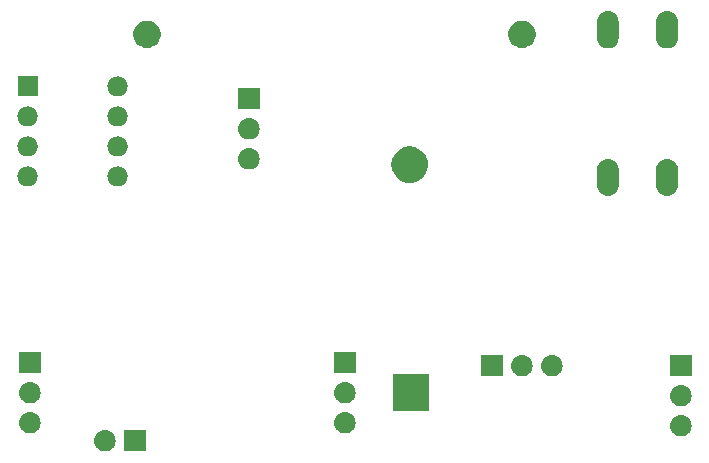
<source format=gbr>
G04 #@! TF.GenerationSoftware,KiCad,Pcbnew,(5.1.2-1)-1*
G04 #@! TF.CreationDate,2020-01-28T06:09:07-07:00*
G04 #@! TF.ProjectId,tiny_stick,74696e79-5f73-4746-9963-6b2e6b696361,rev?*
G04 #@! TF.SameCoordinates,Original*
G04 #@! TF.FileFunction,Soldermask,Bot*
G04 #@! TF.FilePolarity,Negative*
%FSLAX46Y46*%
G04 Gerber Fmt 4.6, Leading zero omitted, Abs format (unit mm)*
G04 Created by KiCad (PCBNEW (5.1.2-1)-1) date 2020-01-28 06:09:07*
%MOMM*%
%LPD*%
G04 APERTURE LIST*
%ADD10C,0.100000*%
G04 APERTURE END LIST*
D10*
G36*
X97675000Y-103263000D02*
G01*
X95873000Y-103263000D01*
X95873000Y-101461000D01*
X97675000Y-101461000D01*
X97675000Y-103263000D01*
X97675000Y-103263000D01*
G37*
G36*
X94344442Y-101467518D02*
G01*
X94410627Y-101474037D01*
X94580466Y-101525557D01*
X94736991Y-101609222D01*
X94772729Y-101638552D01*
X94874186Y-101721814D01*
X94957448Y-101823271D01*
X94986778Y-101859009D01*
X95070443Y-102015534D01*
X95121963Y-102185373D01*
X95139359Y-102362000D01*
X95121963Y-102538627D01*
X95070443Y-102708466D01*
X94986778Y-102864991D01*
X94957448Y-102900729D01*
X94874186Y-103002186D01*
X94772729Y-103085448D01*
X94736991Y-103114778D01*
X94580466Y-103198443D01*
X94410627Y-103249963D01*
X94344442Y-103256482D01*
X94278260Y-103263000D01*
X94189740Y-103263000D01*
X94123558Y-103256482D01*
X94057373Y-103249963D01*
X93887534Y-103198443D01*
X93731009Y-103114778D01*
X93695271Y-103085448D01*
X93593814Y-103002186D01*
X93510552Y-102900729D01*
X93481222Y-102864991D01*
X93397557Y-102708466D01*
X93346037Y-102538627D01*
X93328641Y-102362000D01*
X93346037Y-102185373D01*
X93397557Y-102015534D01*
X93481222Y-101859009D01*
X93510552Y-101823271D01*
X93593814Y-101721814D01*
X93695271Y-101638552D01*
X93731009Y-101609222D01*
X93887534Y-101525557D01*
X94057373Y-101474037D01*
X94123558Y-101467518D01*
X94189740Y-101461000D01*
X94278260Y-101461000D01*
X94344442Y-101467518D01*
X94344442Y-101467518D01*
G37*
G36*
X143112442Y-100197518D02*
G01*
X143178627Y-100204037D01*
X143348466Y-100255557D01*
X143504991Y-100339222D01*
X143540729Y-100368552D01*
X143642186Y-100451814D01*
X143725448Y-100553271D01*
X143754778Y-100589009D01*
X143838443Y-100745534D01*
X143889963Y-100915373D01*
X143907359Y-101092000D01*
X143889963Y-101268627D01*
X143838443Y-101438466D01*
X143754778Y-101594991D01*
X143725448Y-101630729D01*
X143642186Y-101732186D01*
X143540729Y-101815448D01*
X143504991Y-101844778D01*
X143348466Y-101928443D01*
X143178627Y-101979963D01*
X143112442Y-101986482D01*
X143046260Y-101993000D01*
X142957740Y-101993000D01*
X142891558Y-101986482D01*
X142825373Y-101979963D01*
X142655534Y-101928443D01*
X142499009Y-101844778D01*
X142463271Y-101815448D01*
X142361814Y-101732186D01*
X142278552Y-101630729D01*
X142249222Y-101594991D01*
X142165557Y-101438466D01*
X142114037Y-101268627D01*
X142096641Y-101092000D01*
X142114037Y-100915373D01*
X142165557Y-100745534D01*
X142249222Y-100589009D01*
X142278552Y-100553271D01*
X142361814Y-100451814D01*
X142463271Y-100368552D01*
X142499009Y-100339222D01*
X142655534Y-100255557D01*
X142825373Y-100204037D01*
X142891558Y-100197518D01*
X142957740Y-100191000D01*
X143046260Y-100191000D01*
X143112442Y-100197518D01*
X143112442Y-100197518D01*
G37*
G36*
X114664443Y-99943519D02*
G01*
X114730627Y-99950037D01*
X114900466Y-100001557D01*
X115056991Y-100085222D01*
X115092729Y-100114552D01*
X115194186Y-100197814D01*
X115277448Y-100299271D01*
X115306778Y-100335009D01*
X115390443Y-100491534D01*
X115441963Y-100661373D01*
X115459359Y-100838000D01*
X115441963Y-101014627D01*
X115390443Y-101184466D01*
X115306778Y-101340991D01*
X115277448Y-101376729D01*
X115194186Y-101478186D01*
X115092729Y-101561448D01*
X115056991Y-101590778D01*
X114900466Y-101674443D01*
X114730627Y-101725963D01*
X114667453Y-101732185D01*
X114598260Y-101739000D01*
X114509740Y-101739000D01*
X114440547Y-101732185D01*
X114377373Y-101725963D01*
X114207534Y-101674443D01*
X114051009Y-101590778D01*
X114015271Y-101561448D01*
X113913814Y-101478186D01*
X113830552Y-101376729D01*
X113801222Y-101340991D01*
X113717557Y-101184466D01*
X113666037Y-101014627D01*
X113648641Y-100838000D01*
X113666037Y-100661373D01*
X113717557Y-100491534D01*
X113801222Y-100335009D01*
X113830552Y-100299271D01*
X113913814Y-100197814D01*
X114015271Y-100114552D01*
X114051009Y-100085222D01*
X114207534Y-100001557D01*
X114377373Y-99950037D01*
X114443557Y-99943519D01*
X114509740Y-99937000D01*
X114598260Y-99937000D01*
X114664443Y-99943519D01*
X114664443Y-99943519D01*
G37*
G36*
X87994443Y-99943519D02*
G01*
X88060627Y-99950037D01*
X88230466Y-100001557D01*
X88386991Y-100085222D01*
X88422729Y-100114552D01*
X88524186Y-100197814D01*
X88607448Y-100299271D01*
X88636778Y-100335009D01*
X88720443Y-100491534D01*
X88771963Y-100661373D01*
X88789359Y-100838000D01*
X88771963Y-101014627D01*
X88720443Y-101184466D01*
X88636778Y-101340991D01*
X88607448Y-101376729D01*
X88524186Y-101478186D01*
X88422729Y-101561448D01*
X88386991Y-101590778D01*
X88230466Y-101674443D01*
X88060627Y-101725963D01*
X87997453Y-101732185D01*
X87928260Y-101739000D01*
X87839740Y-101739000D01*
X87770547Y-101732185D01*
X87707373Y-101725963D01*
X87537534Y-101674443D01*
X87381009Y-101590778D01*
X87345271Y-101561448D01*
X87243814Y-101478186D01*
X87160552Y-101376729D01*
X87131222Y-101340991D01*
X87047557Y-101184466D01*
X86996037Y-101014627D01*
X86978641Y-100838000D01*
X86996037Y-100661373D01*
X87047557Y-100491534D01*
X87131222Y-100335009D01*
X87160552Y-100299271D01*
X87243814Y-100197814D01*
X87345271Y-100114552D01*
X87381009Y-100085222D01*
X87537534Y-100001557D01*
X87707373Y-99950037D01*
X87773557Y-99943519D01*
X87839740Y-99937000D01*
X87928260Y-99937000D01*
X87994443Y-99943519D01*
X87994443Y-99943519D01*
G37*
G36*
X121693000Y-99849000D02*
G01*
X118591000Y-99849000D01*
X118591000Y-96747000D01*
X121693000Y-96747000D01*
X121693000Y-99849000D01*
X121693000Y-99849000D01*
G37*
G36*
X143112443Y-97657519D02*
G01*
X143178627Y-97664037D01*
X143348466Y-97715557D01*
X143504991Y-97799222D01*
X143540729Y-97828552D01*
X143642186Y-97911814D01*
X143725448Y-98013271D01*
X143754778Y-98049009D01*
X143838443Y-98205534D01*
X143889963Y-98375373D01*
X143907359Y-98552000D01*
X143889963Y-98728627D01*
X143838443Y-98898466D01*
X143754778Y-99054991D01*
X143725448Y-99090729D01*
X143642186Y-99192186D01*
X143540729Y-99275448D01*
X143504991Y-99304778D01*
X143348466Y-99388443D01*
X143178627Y-99439963D01*
X143112443Y-99446481D01*
X143046260Y-99453000D01*
X142957740Y-99453000D01*
X142891557Y-99446481D01*
X142825373Y-99439963D01*
X142655534Y-99388443D01*
X142499009Y-99304778D01*
X142463271Y-99275448D01*
X142361814Y-99192186D01*
X142278552Y-99090729D01*
X142249222Y-99054991D01*
X142165557Y-98898466D01*
X142114037Y-98728627D01*
X142096641Y-98552000D01*
X142114037Y-98375373D01*
X142165557Y-98205534D01*
X142249222Y-98049009D01*
X142278552Y-98013271D01*
X142361814Y-97911814D01*
X142463271Y-97828552D01*
X142499009Y-97799222D01*
X142655534Y-97715557D01*
X142825373Y-97664037D01*
X142891557Y-97657519D01*
X142957740Y-97651000D01*
X143046260Y-97651000D01*
X143112443Y-97657519D01*
X143112443Y-97657519D01*
G37*
G36*
X87994442Y-97403518D02*
G01*
X88060627Y-97410037D01*
X88230466Y-97461557D01*
X88386991Y-97545222D01*
X88422729Y-97574552D01*
X88524186Y-97657814D01*
X88607448Y-97759271D01*
X88636778Y-97795009D01*
X88720443Y-97951534D01*
X88771963Y-98121373D01*
X88789359Y-98298000D01*
X88771963Y-98474627D01*
X88720443Y-98644466D01*
X88636778Y-98800991D01*
X88607448Y-98836729D01*
X88524186Y-98938186D01*
X88422729Y-99021448D01*
X88386991Y-99050778D01*
X88230466Y-99134443D01*
X88060627Y-99185963D01*
X87997453Y-99192185D01*
X87928260Y-99199000D01*
X87839740Y-99199000D01*
X87770547Y-99192185D01*
X87707373Y-99185963D01*
X87537534Y-99134443D01*
X87381009Y-99050778D01*
X87345271Y-99021448D01*
X87243814Y-98938186D01*
X87160552Y-98836729D01*
X87131222Y-98800991D01*
X87047557Y-98644466D01*
X86996037Y-98474627D01*
X86978641Y-98298000D01*
X86996037Y-98121373D01*
X87047557Y-97951534D01*
X87131222Y-97795009D01*
X87160552Y-97759271D01*
X87243814Y-97657814D01*
X87345271Y-97574552D01*
X87381009Y-97545222D01*
X87537534Y-97461557D01*
X87707373Y-97410037D01*
X87773558Y-97403518D01*
X87839740Y-97397000D01*
X87928260Y-97397000D01*
X87994442Y-97403518D01*
X87994442Y-97403518D01*
G37*
G36*
X114664442Y-97403518D02*
G01*
X114730627Y-97410037D01*
X114900466Y-97461557D01*
X115056991Y-97545222D01*
X115092729Y-97574552D01*
X115194186Y-97657814D01*
X115277448Y-97759271D01*
X115306778Y-97795009D01*
X115390443Y-97951534D01*
X115441963Y-98121373D01*
X115459359Y-98298000D01*
X115441963Y-98474627D01*
X115390443Y-98644466D01*
X115306778Y-98800991D01*
X115277448Y-98836729D01*
X115194186Y-98938186D01*
X115092729Y-99021448D01*
X115056991Y-99050778D01*
X114900466Y-99134443D01*
X114730627Y-99185963D01*
X114667453Y-99192185D01*
X114598260Y-99199000D01*
X114509740Y-99199000D01*
X114440547Y-99192185D01*
X114377373Y-99185963D01*
X114207534Y-99134443D01*
X114051009Y-99050778D01*
X114015271Y-99021448D01*
X113913814Y-98938186D01*
X113830552Y-98836729D01*
X113801222Y-98800991D01*
X113717557Y-98644466D01*
X113666037Y-98474627D01*
X113648641Y-98298000D01*
X113666037Y-98121373D01*
X113717557Y-97951534D01*
X113801222Y-97795009D01*
X113830552Y-97759271D01*
X113913814Y-97657814D01*
X114015271Y-97574552D01*
X114051009Y-97545222D01*
X114207534Y-97461557D01*
X114377373Y-97410037D01*
X114443558Y-97403518D01*
X114509740Y-97397000D01*
X114598260Y-97397000D01*
X114664442Y-97403518D01*
X114664442Y-97403518D01*
G37*
G36*
X129650442Y-95117518D02*
G01*
X129716627Y-95124037D01*
X129886466Y-95175557D01*
X130042991Y-95259222D01*
X130078729Y-95288552D01*
X130180186Y-95371814D01*
X130263448Y-95473271D01*
X130292778Y-95509009D01*
X130376443Y-95665534D01*
X130427963Y-95835373D01*
X130445359Y-96012000D01*
X130427963Y-96188627D01*
X130376443Y-96358466D01*
X130292778Y-96514991D01*
X130263448Y-96550729D01*
X130180186Y-96652186D01*
X130078729Y-96735448D01*
X130042991Y-96764778D01*
X129886466Y-96848443D01*
X129716627Y-96899963D01*
X129650443Y-96906481D01*
X129584260Y-96913000D01*
X129495740Y-96913000D01*
X129429557Y-96906481D01*
X129363373Y-96899963D01*
X129193534Y-96848443D01*
X129037009Y-96764778D01*
X129001271Y-96735448D01*
X128899814Y-96652186D01*
X128816552Y-96550729D01*
X128787222Y-96514991D01*
X128703557Y-96358466D01*
X128652037Y-96188627D01*
X128634641Y-96012000D01*
X128652037Y-95835373D01*
X128703557Y-95665534D01*
X128787222Y-95509009D01*
X128816552Y-95473271D01*
X128899814Y-95371814D01*
X129001271Y-95288552D01*
X129037009Y-95259222D01*
X129193534Y-95175557D01*
X129363373Y-95124037D01*
X129429558Y-95117518D01*
X129495740Y-95111000D01*
X129584260Y-95111000D01*
X129650442Y-95117518D01*
X129650442Y-95117518D01*
G37*
G36*
X127901000Y-96913000D02*
G01*
X126099000Y-96913000D01*
X126099000Y-95111000D01*
X127901000Y-95111000D01*
X127901000Y-96913000D01*
X127901000Y-96913000D01*
G37*
G36*
X132190442Y-95117518D02*
G01*
X132256627Y-95124037D01*
X132426466Y-95175557D01*
X132582991Y-95259222D01*
X132618729Y-95288552D01*
X132720186Y-95371814D01*
X132803448Y-95473271D01*
X132832778Y-95509009D01*
X132916443Y-95665534D01*
X132967963Y-95835373D01*
X132985359Y-96012000D01*
X132967963Y-96188627D01*
X132916443Y-96358466D01*
X132832778Y-96514991D01*
X132803448Y-96550729D01*
X132720186Y-96652186D01*
X132618729Y-96735448D01*
X132582991Y-96764778D01*
X132426466Y-96848443D01*
X132256627Y-96899963D01*
X132190443Y-96906481D01*
X132124260Y-96913000D01*
X132035740Y-96913000D01*
X131969557Y-96906481D01*
X131903373Y-96899963D01*
X131733534Y-96848443D01*
X131577009Y-96764778D01*
X131541271Y-96735448D01*
X131439814Y-96652186D01*
X131356552Y-96550729D01*
X131327222Y-96514991D01*
X131243557Y-96358466D01*
X131192037Y-96188627D01*
X131174641Y-96012000D01*
X131192037Y-95835373D01*
X131243557Y-95665534D01*
X131327222Y-95509009D01*
X131356552Y-95473271D01*
X131439814Y-95371814D01*
X131541271Y-95288552D01*
X131577009Y-95259222D01*
X131733534Y-95175557D01*
X131903373Y-95124037D01*
X131969558Y-95117518D01*
X132035740Y-95111000D01*
X132124260Y-95111000D01*
X132190442Y-95117518D01*
X132190442Y-95117518D01*
G37*
G36*
X143903000Y-96913000D02*
G01*
X142101000Y-96913000D01*
X142101000Y-95111000D01*
X143903000Y-95111000D01*
X143903000Y-96913000D01*
X143903000Y-96913000D01*
G37*
G36*
X115455000Y-96659000D02*
G01*
X113653000Y-96659000D01*
X113653000Y-94857000D01*
X115455000Y-94857000D01*
X115455000Y-96659000D01*
X115455000Y-96659000D01*
G37*
G36*
X88785000Y-96659000D02*
G01*
X86983000Y-96659000D01*
X86983000Y-94857000D01*
X88785000Y-94857000D01*
X88785000Y-96659000D01*
X88785000Y-96659000D01*
G37*
G36*
X136987494Y-78502233D02*
G01*
X137159895Y-78554531D01*
X137318783Y-78639458D01*
X137458049Y-78753751D01*
X137572342Y-78893017D01*
X137657269Y-79051905D01*
X137709567Y-79224306D01*
X137722800Y-79358669D01*
X137722800Y-80769331D01*
X137709567Y-80903694D01*
X137657269Y-81076095D01*
X137572342Y-81234983D01*
X137458049Y-81374249D01*
X137318783Y-81488542D01*
X137159894Y-81573469D01*
X136987493Y-81625767D01*
X136808200Y-81643425D01*
X136628906Y-81625767D01*
X136456505Y-81573469D01*
X136297617Y-81488542D01*
X136158351Y-81374249D01*
X136044058Y-81234983D01*
X135959131Y-81076094D01*
X135906833Y-80903693D01*
X135893600Y-80769330D01*
X135893601Y-79358669D01*
X135906834Y-79224306D01*
X135959132Y-79051905D01*
X136044059Y-78893017D01*
X136158352Y-78753751D01*
X136297618Y-78639458D01*
X136456506Y-78554531D01*
X136628907Y-78502233D01*
X136808200Y-78484575D01*
X136987494Y-78502233D01*
X136987494Y-78502233D01*
G37*
G36*
X141987494Y-78502233D02*
G01*
X142159895Y-78554531D01*
X142318783Y-78639458D01*
X142458049Y-78753751D01*
X142572342Y-78893017D01*
X142657269Y-79051905D01*
X142709567Y-79224306D01*
X142722800Y-79358669D01*
X142722800Y-80769331D01*
X142709567Y-80903694D01*
X142657269Y-81076095D01*
X142572342Y-81234983D01*
X142458049Y-81374249D01*
X142318783Y-81488542D01*
X142159894Y-81573469D01*
X141987493Y-81625767D01*
X141808200Y-81643425D01*
X141628906Y-81625767D01*
X141456505Y-81573469D01*
X141297617Y-81488542D01*
X141158351Y-81374249D01*
X141044058Y-81234983D01*
X140959131Y-81076094D01*
X140906833Y-80903693D01*
X140893600Y-80769330D01*
X140893601Y-79358669D01*
X140906834Y-79224306D01*
X140959132Y-79051905D01*
X141044059Y-78893017D01*
X141158352Y-78753751D01*
X141297618Y-78639458D01*
X141456506Y-78554531D01*
X141628907Y-78502233D01*
X141808200Y-78484575D01*
X141987494Y-78502233D01*
X141987494Y-78502233D01*
G37*
G36*
X95467623Y-79145913D02*
G01*
X95628042Y-79194576D01*
X95760706Y-79265486D01*
X95775878Y-79273596D01*
X95905459Y-79379941D01*
X96011804Y-79509522D01*
X96011805Y-79509524D01*
X96090824Y-79657358D01*
X96139487Y-79817777D01*
X96155917Y-79984600D01*
X96139487Y-80151423D01*
X96090824Y-80311842D01*
X96019914Y-80444506D01*
X96011804Y-80459678D01*
X95905459Y-80589259D01*
X95775878Y-80695604D01*
X95775876Y-80695605D01*
X95628042Y-80774624D01*
X95467623Y-80823287D01*
X95342604Y-80835600D01*
X95258996Y-80835600D01*
X95133977Y-80823287D01*
X94973558Y-80774624D01*
X94825724Y-80695605D01*
X94825722Y-80695604D01*
X94696141Y-80589259D01*
X94589796Y-80459678D01*
X94581686Y-80444506D01*
X94510776Y-80311842D01*
X94462113Y-80151423D01*
X94445683Y-79984600D01*
X94462113Y-79817777D01*
X94510776Y-79657358D01*
X94589795Y-79509524D01*
X94589796Y-79509522D01*
X94696141Y-79379941D01*
X94825722Y-79273596D01*
X94840894Y-79265486D01*
X94973558Y-79194576D01*
X95133977Y-79145913D01*
X95258996Y-79133600D01*
X95342604Y-79133600D01*
X95467623Y-79145913D01*
X95467623Y-79145913D01*
G37*
G36*
X87847623Y-79145913D02*
G01*
X88008042Y-79194576D01*
X88140706Y-79265486D01*
X88155878Y-79273596D01*
X88285459Y-79379941D01*
X88391804Y-79509522D01*
X88391805Y-79509524D01*
X88470824Y-79657358D01*
X88519487Y-79817777D01*
X88535917Y-79984600D01*
X88519487Y-80151423D01*
X88470824Y-80311842D01*
X88399914Y-80444506D01*
X88391804Y-80459678D01*
X88285459Y-80589259D01*
X88155878Y-80695604D01*
X88155876Y-80695605D01*
X88008042Y-80774624D01*
X87847623Y-80823287D01*
X87722604Y-80835600D01*
X87638996Y-80835600D01*
X87513977Y-80823287D01*
X87353558Y-80774624D01*
X87205724Y-80695605D01*
X87205722Y-80695604D01*
X87076141Y-80589259D01*
X86969796Y-80459678D01*
X86961686Y-80444506D01*
X86890776Y-80311842D01*
X86842113Y-80151423D01*
X86825683Y-79984600D01*
X86842113Y-79817777D01*
X86890776Y-79657358D01*
X86969795Y-79509524D01*
X86969796Y-79509522D01*
X87076141Y-79379941D01*
X87205722Y-79273596D01*
X87220894Y-79265486D01*
X87353558Y-79194576D01*
X87513977Y-79145913D01*
X87638996Y-79133600D01*
X87722604Y-79133600D01*
X87847623Y-79145913D01*
X87847623Y-79145913D01*
G37*
G36*
X120344585Y-77476802D02*
G01*
X120494410Y-77506604D01*
X120776674Y-77623521D01*
X121030705Y-77793259D01*
X121246741Y-78009295D01*
X121416479Y-78263326D01*
X121533396Y-78545590D01*
X121552067Y-78639458D01*
X121593000Y-78845239D01*
X121593000Y-79150761D01*
X121578371Y-79224306D01*
X121533396Y-79450410D01*
X121416479Y-79732674D01*
X121246741Y-79986705D01*
X121030705Y-80202741D01*
X120776674Y-80372479D01*
X120494410Y-80489396D01*
X120344585Y-80519198D01*
X120194761Y-80549000D01*
X119889239Y-80549000D01*
X119739415Y-80519198D01*
X119589590Y-80489396D01*
X119307326Y-80372479D01*
X119053295Y-80202741D01*
X118837259Y-79986705D01*
X118667521Y-79732674D01*
X118550604Y-79450410D01*
X118505629Y-79224306D01*
X118491000Y-79150761D01*
X118491000Y-78845239D01*
X118531933Y-78639458D01*
X118550604Y-78545590D01*
X118667521Y-78263326D01*
X118837259Y-78009295D01*
X119053295Y-77793259D01*
X119307326Y-77623521D01*
X119589590Y-77506604D01*
X119739415Y-77476802D01*
X119889239Y-77447000D01*
X120194761Y-77447000D01*
X120344585Y-77476802D01*
X120344585Y-77476802D01*
G37*
G36*
X106536442Y-77591518D02*
G01*
X106602627Y-77598037D01*
X106772466Y-77649557D01*
X106928991Y-77733222D01*
X106964729Y-77762552D01*
X107066186Y-77845814D01*
X107149448Y-77947271D01*
X107178778Y-77983009D01*
X107262443Y-78139534D01*
X107313963Y-78309373D01*
X107331359Y-78486000D01*
X107313963Y-78662627D01*
X107262443Y-78832466D01*
X107178778Y-78988991D01*
X107149448Y-79024729D01*
X107066186Y-79126186D01*
X106982851Y-79194576D01*
X106928991Y-79238778D01*
X106772466Y-79322443D01*
X106602627Y-79373963D01*
X106541930Y-79379941D01*
X106470260Y-79387000D01*
X106381740Y-79387000D01*
X106310070Y-79379941D01*
X106249373Y-79373963D01*
X106079534Y-79322443D01*
X105923009Y-79238778D01*
X105869149Y-79194576D01*
X105785814Y-79126186D01*
X105702552Y-79024729D01*
X105673222Y-78988991D01*
X105589557Y-78832466D01*
X105538037Y-78662627D01*
X105520641Y-78486000D01*
X105538037Y-78309373D01*
X105589557Y-78139534D01*
X105673222Y-77983009D01*
X105702552Y-77947271D01*
X105785814Y-77845814D01*
X105887271Y-77762552D01*
X105923009Y-77733222D01*
X106079534Y-77649557D01*
X106249373Y-77598037D01*
X106315558Y-77591518D01*
X106381740Y-77585000D01*
X106470260Y-77585000D01*
X106536442Y-77591518D01*
X106536442Y-77591518D01*
G37*
G36*
X95467623Y-76605913D02*
G01*
X95628042Y-76654576D01*
X95760706Y-76725486D01*
X95775878Y-76733596D01*
X95905459Y-76839941D01*
X96011804Y-76969522D01*
X96011805Y-76969524D01*
X96090824Y-77117358D01*
X96139487Y-77277777D01*
X96155917Y-77444598D01*
X96155917Y-77444600D01*
X96152681Y-77477460D01*
X96139487Y-77611423D01*
X96090824Y-77771842D01*
X96019914Y-77904506D01*
X96011804Y-77919678D01*
X95905459Y-78049259D01*
X95775878Y-78155604D01*
X95775876Y-78155605D01*
X95628042Y-78234624D01*
X95467623Y-78283287D01*
X95342604Y-78295600D01*
X95258996Y-78295600D01*
X95133977Y-78283287D01*
X94973558Y-78234624D01*
X94825724Y-78155605D01*
X94825722Y-78155604D01*
X94696141Y-78049259D01*
X94589796Y-77919678D01*
X94581686Y-77904506D01*
X94510776Y-77771842D01*
X94462113Y-77611423D01*
X94448919Y-77477460D01*
X94445683Y-77444600D01*
X94445683Y-77444598D01*
X94462113Y-77277777D01*
X94510776Y-77117358D01*
X94589795Y-76969524D01*
X94589796Y-76969522D01*
X94696141Y-76839941D01*
X94825722Y-76733596D01*
X94840894Y-76725486D01*
X94973558Y-76654576D01*
X95133977Y-76605913D01*
X95258996Y-76593600D01*
X95342604Y-76593600D01*
X95467623Y-76605913D01*
X95467623Y-76605913D01*
G37*
G36*
X87847623Y-76605913D02*
G01*
X88008042Y-76654576D01*
X88140706Y-76725486D01*
X88155878Y-76733596D01*
X88285459Y-76839941D01*
X88391804Y-76969522D01*
X88391805Y-76969524D01*
X88470824Y-77117358D01*
X88519487Y-77277777D01*
X88535917Y-77444598D01*
X88535917Y-77444600D01*
X88532681Y-77477460D01*
X88519487Y-77611423D01*
X88470824Y-77771842D01*
X88399914Y-77904506D01*
X88391804Y-77919678D01*
X88285459Y-78049259D01*
X88155878Y-78155604D01*
X88155876Y-78155605D01*
X88008042Y-78234624D01*
X87847623Y-78283287D01*
X87722604Y-78295600D01*
X87638996Y-78295600D01*
X87513977Y-78283287D01*
X87353558Y-78234624D01*
X87205724Y-78155605D01*
X87205722Y-78155604D01*
X87076141Y-78049259D01*
X86969796Y-77919678D01*
X86961686Y-77904506D01*
X86890776Y-77771842D01*
X86842113Y-77611423D01*
X86828919Y-77477460D01*
X86825683Y-77444600D01*
X86825683Y-77444598D01*
X86842113Y-77277777D01*
X86890776Y-77117358D01*
X86969795Y-76969524D01*
X86969796Y-76969522D01*
X87076141Y-76839941D01*
X87205722Y-76733596D01*
X87220894Y-76725486D01*
X87353558Y-76654576D01*
X87513977Y-76605913D01*
X87638996Y-76593600D01*
X87722604Y-76593600D01*
X87847623Y-76605913D01*
X87847623Y-76605913D01*
G37*
G36*
X106536442Y-75051518D02*
G01*
X106602627Y-75058037D01*
X106772466Y-75109557D01*
X106928991Y-75193222D01*
X106964729Y-75222552D01*
X107066186Y-75305814D01*
X107149448Y-75407271D01*
X107178778Y-75443009D01*
X107262443Y-75599534D01*
X107313963Y-75769373D01*
X107331359Y-75946000D01*
X107313963Y-76122627D01*
X107262443Y-76292466D01*
X107178778Y-76448991D01*
X107149448Y-76484729D01*
X107066186Y-76586186D01*
X106982851Y-76654576D01*
X106928991Y-76698778D01*
X106772466Y-76782443D01*
X106602627Y-76833963D01*
X106541930Y-76839941D01*
X106470260Y-76847000D01*
X106381740Y-76847000D01*
X106310070Y-76839941D01*
X106249373Y-76833963D01*
X106079534Y-76782443D01*
X105923009Y-76698778D01*
X105869149Y-76654576D01*
X105785814Y-76586186D01*
X105702552Y-76484729D01*
X105673222Y-76448991D01*
X105589557Y-76292466D01*
X105538037Y-76122627D01*
X105520641Y-75946000D01*
X105538037Y-75769373D01*
X105589557Y-75599534D01*
X105673222Y-75443009D01*
X105702552Y-75407271D01*
X105785814Y-75305814D01*
X105887271Y-75222552D01*
X105923009Y-75193222D01*
X106079534Y-75109557D01*
X106249373Y-75058037D01*
X106315558Y-75051518D01*
X106381740Y-75045000D01*
X106470260Y-75045000D01*
X106536442Y-75051518D01*
X106536442Y-75051518D01*
G37*
G36*
X87847623Y-74065913D02*
G01*
X88008042Y-74114576D01*
X88140706Y-74185486D01*
X88155878Y-74193596D01*
X88285459Y-74299941D01*
X88391804Y-74429522D01*
X88391805Y-74429524D01*
X88470824Y-74577358D01*
X88519487Y-74737777D01*
X88535917Y-74904600D01*
X88519487Y-75071423D01*
X88470824Y-75231842D01*
X88399914Y-75364506D01*
X88391804Y-75379678D01*
X88285459Y-75509259D01*
X88155878Y-75615604D01*
X88155876Y-75615605D01*
X88008042Y-75694624D01*
X87847623Y-75743287D01*
X87722604Y-75755600D01*
X87638996Y-75755600D01*
X87513977Y-75743287D01*
X87353558Y-75694624D01*
X87205724Y-75615605D01*
X87205722Y-75615604D01*
X87076141Y-75509259D01*
X86969796Y-75379678D01*
X86961686Y-75364506D01*
X86890776Y-75231842D01*
X86842113Y-75071423D01*
X86825683Y-74904600D01*
X86842113Y-74737777D01*
X86890776Y-74577358D01*
X86969795Y-74429524D01*
X86969796Y-74429522D01*
X87076141Y-74299941D01*
X87205722Y-74193596D01*
X87220894Y-74185486D01*
X87353558Y-74114576D01*
X87513977Y-74065913D01*
X87638996Y-74053600D01*
X87722604Y-74053600D01*
X87847623Y-74065913D01*
X87847623Y-74065913D01*
G37*
G36*
X95467623Y-74065913D02*
G01*
X95628042Y-74114576D01*
X95760706Y-74185486D01*
X95775878Y-74193596D01*
X95905459Y-74299941D01*
X96011804Y-74429522D01*
X96011805Y-74429524D01*
X96090824Y-74577358D01*
X96139487Y-74737777D01*
X96155917Y-74904600D01*
X96139487Y-75071423D01*
X96090824Y-75231842D01*
X96019914Y-75364506D01*
X96011804Y-75379678D01*
X95905459Y-75509259D01*
X95775878Y-75615604D01*
X95775876Y-75615605D01*
X95628042Y-75694624D01*
X95467623Y-75743287D01*
X95342604Y-75755600D01*
X95258996Y-75755600D01*
X95133977Y-75743287D01*
X94973558Y-75694624D01*
X94825724Y-75615605D01*
X94825722Y-75615604D01*
X94696141Y-75509259D01*
X94589796Y-75379678D01*
X94581686Y-75364506D01*
X94510776Y-75231842D01*
X94462113Y-75071423D01*
X94445683Y-74904600D01*
X94462113Y-74737777D01*
X94510776Y-74577358D01*
X94589795Y-74429524D01*
X94589796Y-74429522D01*
X94696141Y-74299941D01*
X94825722Y-74193596D01*
X94840894Y-74185486D01*
X94973558Y-74114576D01*
X95133977Y-74065913D01*
X95258996Y-74053600D01*
X95342604Y-74053600D01*
X95467623Y-74065913D01*
X95467623Y-74065913D01*
G37*
G36*
X107327000Y-74307000D02*
G01*
X105525000Y-74307000D01*
X105525000Y-72505000D01*
X107327000Y-72505000D01*
X107327000Y-74307000D01*
X107327000Y-74307000D01*
G37*
G36*
X88531800Y-73215600D02*
G01*
X86829800Y-73215600D01*
X86829800Y-71513600D01*
X88531800Y-71513600D01*
X88531800Y-73215600D01*
X88531800Y-73215600D01*
G37*
G36*
X95467623Y-71525913D02*
G01*
X95628042Y-71574576D01*
X95760706Y-71645486D01*
X95775878Y-71653596D01*
X95905459Y-71759941D01*
X96011804Y-71889522D01*
X96011805Y-71889524D01*
X96090824Y-72037358D01*
X96139487Y-72197777D01*
X96155917Y-72364600D01*
X96139487Y-72531423D01*
X96090824Y-72691842D01*
X96019914Y-72824506D01*
X96011804Y-72839678D01*
X95905459Y-72969259D01*
X95775878Y-73075604D01*
X95775876Y-73075605D01*
X95628042Y-73154624D01*
X95467623Y-73203287D01*
X95342604Y-73215600D01*
X95258996Y-73215600D01*
X95133977Y-73203287D01*
X94973558Y-73154624D01*
X94825724Y-73075605D01*
X94825722Y-73075604D01*
X94696141Y-72969259D01*
X94589796Y-72839678D01*
X94581686Y-72824506D01*
X94510776Y-72691842D01*
X94462113Y-72531423D01*
X94445683Y-72364600D01*
X94462113Y-72197777D01*
X94510776Y-72037358D01*
X94589795Y-71889524D01*
X94589796Y-71889522D01*
X94696141Y-71759941D01*
X94825722Y-71653596D01*
X94840894Y-71645486D01*
X94973558Y-71574576D01*
X95133977Y-71525913D01*
X95258996Y-71513600D01*
X95342604Y-71513600D01*
X95467623Y-71525913D01*
X95467623Y-71525913D01*
G37*
G36*
X136987494Y-66002233D02*
G01*
X137159895Y-66054531D01*
X137318783Y-66139458D01*
X137458049Y-66253751D01*
X137572342Y-66393017D01*
X137657269Y-66551905D01*
X137709567Y-66724306D01*
X137722800Y-66858669D01*
X137722800Y-68269331D01*
X137709567Y-68403694D01*
X137657269Y-68576095D01*
X137572342Y-68734983D01*
X137458049Y-68874249D01*
X137318783Y-68988542D01*
X137159894Y-69073469D01*
X136987493Y-69125767D01*
X136808200Y-69143425D01*
X136628906Y-69125767D01*
X136456505Y-69073469D01*
X136297617Y-68988542D01*
X136158351Y-68874249D01*
X136044058Y-68734983D01*
X135959131Y-68576094D01*
X135906833Y-68403693D01*
X135893600Y-68269330D01*
X135893601Y-66858669D01*
X135906834Y-66724306D01*
X135959132Y-66551905D01*
X136044059Y-66393017D01*
X136158352Y-66253751D01*
X136297618Y-66139458D01*
X136456506Y-66054531D01*
X136628907Y-66002233D01*
X136808200Y-65984575D01*
X136987494Y-66002233D01*
X136987494Y-66002233D01*
G37*
G36*
X141987494Y-66002233D02*
G01*
X142159895Y-66054531D01*
X142318783Y-66139458D01*
X142458049Y-66253751D01*
X142572342Y-66393017D01*
X142657269Y-66551905D01*
X142709567Y-66724306D01*
X142722800Y-66858669D01*
X142722800Y-68269331D01*
X142709567Y-68403694D01*
X142657269Y-68576095D01*
X142572342Y-68734983D01*
X142458049Y-68874249D01*
X142318783Y-68988542D01*
X142159894Y-69073469D01*
X141987493Y-69125767D01*
X141808200Y-69143425D01*
X141628906Y-69125767D01*
X141456505Y-69073469D01*
X141297617Y-68988542D01*
X141158351Y-68874249D01*
X141044058Y-68734983D01*
X140959131Y-68576094D01*
X140906833Y-68403693D01*
X140893600Y-68269330D01*
X140893601Y-66858669D01*
X140906834Y-66724306D01*
X140959132Y-66551905D01*
X141044059Y-66393017D01*
X141158352Y-66253751D01*
X141297618Y-66139458D01*
X141456506Y-66054531D01*
X141628907Y-66002233D01*
X141808200Y-65984575D01*
X141987494Y-66002233D01*
X141987494Y-66002233D01*
G37*
G36*
X129764549Y-66816116D02*
G01*
X129875734Y-66838232D01*
X130085203Y-66924997D01*
X130273720Y-67050960D01*
X130434040Y-67211280D01*
X130560003Y-67399797D01*
X130646768Y-67609266D01*
X130691000Y-67831636D01*
X130691000Y-68058364D01*
X130646768Y-68280734D01*
X130560003Y-68490203D01*
X130434040Y-68678720D01*
X130273720Y-68839040D01*
X130085203Y-68965003D01*
X129875734Y-69051768D01*
X129766640Y-69073468D01*
X129653365Y-69096000D01*
X129426635Y-69096000D01*
X129313360Y-69073468D01*
X129204266Y-69051768D01*
X128994797Y-68965003D01*
X128806280Y-68839040D01*
X128645960Y-68678720D01*
X128519997Y-68490203D01*
X128433232Y-68280734D01*
X128389000Y-68058364D01*
X128389000Y-67831636D01*
X128433232Y-67609266D01*
X128519997Y-67399797D01*
X128645960Y-67211280D01*
X128806280Y-67050960D01*
X128994797Y-66924997D01*
X129204266Y-66838232D01*
X129315451Y-66816116D01*
X129426635Y-66794000D01*
X129653365Y-66794000D01*
X129764549Y-66816116D01*
X129764549Y-66816116D01*
G37*
G36*
X98014549Y-66816116D02*
G01*
X98125734Y-66838232D01*
X98335203Y-66924997D01*
X98523720Y-67050960D01*
X98684040Y-67211280D01*
X98810003Y-67399797D01*
X98896768Y-67609266D01*
X98941000Y-67831636D01*
X98941000Y-68058364D01*
X98896768Y-68280734D01*
X98810003Y-68490203D01*
X98684040Y-68678720D01*
X98523720Y-68839040D01*
X98335203Y-68965003D01*
X98125734Y-69051768D01*
X98016640Y-69073468D01*
X97903365Y-69096000D01*
X97676635Y-69096000D01*
X97563360Y-69073468D01*
X97454266Y-69051768D01*
X97244797Y-68965003D01*
X97056280Y-68839040D01*
X96895960Y-68678720D01*
X96769997Y-68490203D01*
X96683232Y-68280734D01*
X96639000Y-68058364D01*
X96639000Y-67831636D01*
X96683232Y-67609266D01*
X96769997Y-67399797D01*
X96895960Y-67211280D01*
X97056280Y-67050960D01*
X97244797Y-66924997D01*
X97454266Y-66838232D01*
X97565451Y-66816116D01*
X97676635Y-66794000D01*
X97903365Y-66794000D01*
X98014549Y-66816116D01*
X98014549Y-66816116D01*
G37*
M02*

</source>
